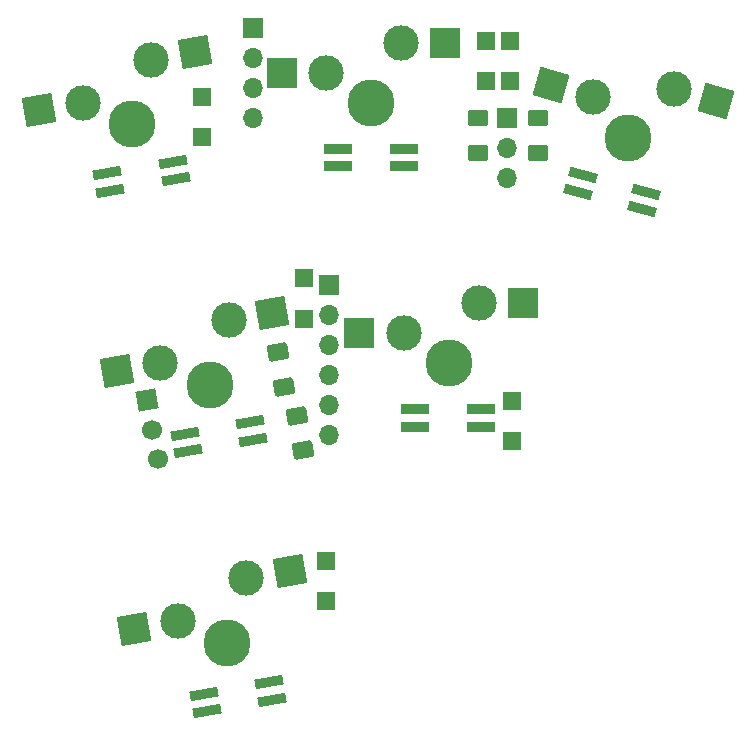
<source format=gbs>
G04 Layer: BottomSilkscreenLayer*
G04 EasyEDA v6.5.25, 2023-03-20 21:11:36*
**********************************至少这一行要换成自己的************************************
G04 Gerber Generator version 0.2*
G04 Scale: 100 percent, Rotated: No, Reflected: No *
G04 Dimensions in millimeters  *
G04 leading zeros omitted , absolute positions ,3 integer and 6 decimal *
G04 #@! TF.GenerationSoftware,KiCad,Pcbnew,7.0.7*
G04 #@! TF.CreationDate,2024-02-03T15:44:35+08:00*
G04 #@! TF.ProjectId,flex,666c6578-2e6b-4696-9361-645f70636258,rev?*
G04 #@! TF.SameCoordinates,Original*
G04 #@! TF.FileFunction,Soldermask,Bot*
G04 #@! TF.FilePolarity,Negative*
%FSLAX46Y46*%
G04 Gerber Fmt 4.6, Leading zero omitted, Abs format (unit mm)*
G04 Created by KiCad (PCBNEW 7.0.7) date 2024-02-03 15:44:35*
%MOMM*%
%LPD*%
G01*
G04 APERTURE LIST*
G04 Aperture macros list*
%AMRoundRect*
0 Rectangle with rounded corners*
0 $1 Rounding radius*
0 $2 $3 $4 $5 $6 $7 $8 $9 X,Y pos of 4 corners*
0 Add a 4 corners polygon primitive as box body*
4,1,4,$2,$3,$4,$5,$6,$7,$8,$9,$2,$3,0*
0 Add four circle primitives for the rounded corners*
1,1,$1+$1,$2,$3*
1,1,$1+$1,$4,$5*
1,1,$1+$1,$6,$7*
1,1,$1+$1,$8,$9*
0 Add four rect primitives between the rounded corners*
20,1,$1+$1,$2,$3,$4,$5,0*
20,1,$1+$1,$4,$5,$6,$7,0*
20,1,$1+$1,$6,$7,$8,$9,0*
20,1,$1+$1,$8,$9,$2,$3,0*%
%AMHorizOval*
0 Thick line with rounded ends*
0 $1 width*
0 $2 $3 position (X,Y) of the first rounded end (center of the circle)*
0 $4 $5 position (X,Y) of the second rounded end (center of the circle)*
0 Add line between two ends*
20,1,$1,$2,$3,$4,$5,0*
0 Add two circle primitives to create the rounded ends*
1,1,$1,$2,$3*
1,1,$1,$4,$5*%
%AMRotRect*
0 Rectangle, with rotation*
0 The origin of the aperture is its center*
0 $1 length*
0 $2 width*
0 $3 Rotation angle, in degrees counterclockwise*
0 Add horizontal line*
21,1,$1,$2,0,0,$3*%
G04 Aperture macros list end*
%ADD10RotRect,1.700000X1.700000X10.000000*%
%ADD11HorizOval,1.700000X0.000000X0.000000X0.000000X0.000000X0*%
%ADD12C,3.000000*%
%ADD13C,3.987800*%
%ADD14R,2.550000X2.500000*%
%ADD15R,1.524000X1.524000*%
%ADD16RotRect,2.550000X2.500000X10.000000*%
%ADD17R,1.700000X1.700000*%
%ADD18O,1.700000X1.700000*%
%ADD19RotRect,2.550000X2.500000X344.000000*%
%ADD20RoundRect,0.250001X-0.624999X0.462499X-0.624999X-0.462499X0.624999X-0.462499X0.624999X0.462499X0*%
%ADD21R,2.400000X0.820000*%
%ADD22RotRect,2.400000X0.820000X190.000000*%
%ADD23RotRect,2.400000X0.820000X165.000000*%
%ADD24RoundRect,0.250001X-0.695816X0.346943X-0.535192X-0.564003X0.695816X-0.346943X0.535192X0.564003X0*%
%ADD25RoundRect,0.250001X0.695816X-0.346943X0.535192X0.564003X-0.695816X0.346943X-0.535192X-0.564003X0*%
G04 APERTURE END LIST*
D10*
X68770000Y-77710000D03*
D11*
X69211066Y-80211412D03*
X69652133Y-82712823D03*
D12*
X83915326Y-50002185D03*
D13*
X87725326Y-52542185D03*
D12*
X90265326Y-47462185D03*
D14*
X80165326Y-50002185D03*
X94015326Y-47462185D03*
D15*
X73424526Y-52061785D03*
X73424526Y-55461785D03*
X83872275Y-91345142D03*
X83872275Y-94745142D03*
D12*
X71346416Y-96407388D03*
D13*
X75539600Y-98247200D03*
D12*
X77158879Y-92803310D03*
D16*
X67653387Y-97058569D03*
X80851908Y-92152130D03*
D15*
X82080000Y-70806000D03*
X82080000Y-67406000D03*
D12*
X90474800Y-72034400D03*
D13*
X94284800Y-74574400D03*
D12*
X96824800Y-69494400D03*
D14*
X86724800Y-72034400D03*
X100574800Y-69494400D03*
D17*
X84130000Y-67920000D03*
D18*
X84130000Y-70460000D03*
X84130000Y-73000000D03*
X84130000Y-75540000D03*
X84130000Y-78080000D03*
X84130000Y-80620000D03*
D12*
X63313742Y-52531173D03*
D13*
X67506926Y-54370985D03*
D12*
X69126205Y-48927095D03*
D16*
X59620713Y-53182354D03*
X72819234Y-48275915D03*
D15*
X99490526Y-47267785D03*
X99490526Y-50667785D03*
D17*
X77740526Y-46167785D03*
D18*
X77740526Y-48707785D03*
X77740526Y-51247785D03*
X77740526Y-53787785D03*
D15*
X97424526Y-47261785D03*
X97424526Y-50661785D03*
X99670000Y-77774000D03*
X99670000Y-81174000D03*
D12*
X69873216Y-74563388D03*
D13*
X74066400Y-76403200D03*
D12*
X75685679Y-70959310D03*
D16*
X66180187Y-75214569D03*
X79378708Y-70308130D03*
D12*
X106556238Y-52047602D03*
D13*
X109518526Y-55539385D03*
D12*
X113360368Y-51356294D03*
D19*
X102951506Y-51013962D03*
X116965100Y-52389935D03*
D17*
X99240526Y-53827785D03*
D18*
X99240526Y-56367785D03*
X99240526Y-58907785D03*
D20*
X96740526Y-53780285D03*
X96740526Y-56755285D03*
D21*
X91450000Y-79950000D03*
X97050000Y-79950000D03*
X97050000Y-78450000D03*
X91450000Y-78450000D03*
D22*
X65663300Y-59992606D03*
X71178224Y-59020176D03*
X70917752Y-57542964D03*
X65402828Y-58515394D03*
D23*
X105241819Y-60067536D03*
X110651004Y-61516923D03*
X111039233Y-60068034D03*
X105630048Y-58618647D03*
D22*
X72222774Y-82024821D03*
X77737698Y-81052391D03*
X77477226Y-79575179D03*
X71962302Y-80547609D03*
X73822774Y-104054821D03*
X79337698Y-103082391D03*
X79077226Y-101605179D03*
X73562302Y-102577609D03*
D21*
X84890526Y-57917785D03*
X90490526Y-57917785D03*
X90490526Y-56417785D03*
X84890526Y-56417785D03*
D24*
X81421698Y-79015098D03*
X81938302Y-81944902D03*
D20*
X101840526Y-53780285D03*
X101840526Y-56755285D03*
D25*
X80328302Y-76574902D03*
X79811698Y-73645098D03*
M02*

</source>
